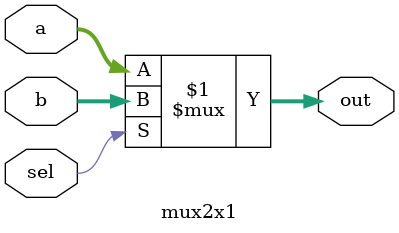
<source format=v>
module mux2x1 #(
parameter SIZE = 8
) (
input [SIZE-1:0] a,                
input [SIZE-1:0] b,                
input            sel,              
output[SIZE-1:0] out);             
  
assign out = sel ? b : a;  
            
endmodule  

</source>
